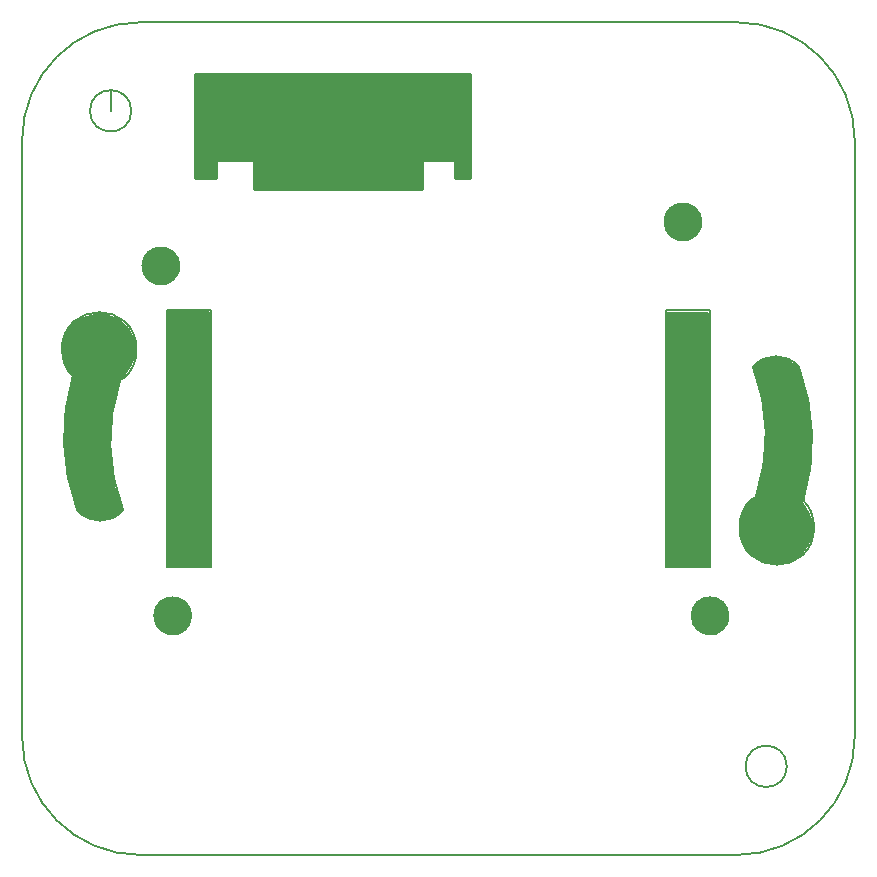
<source format=gbr>
G04 #@! TF.GenerationSoftware,KiCad,Pcbnew,(5.1.2)-2*
G04 #@! TF.CreationDate,2019-09-14T17:42:32+02:00*
G04 #@! TF.ProjectId,Inwall_Top,496e7761-6c6c-45f5-946f-702e6b696361,rev?*
G04 #@! TF.SameCoordinates,Original*
G04 #@! TF.FileFunction,Profile,NP*
%FSLAX46Y46*%
G04 Gerber Fmt 4.6, Leading zero omitted, Abs format (unit mm)*
G04 Created by KiCad (PCBNEW (5.1.2)-2) date 2019-09-14 17:42:32*
%MOMM*%
%LPD*%
G04 APERTURE LIST*
%ADD10C,0.100000*%
%ADD11C,0.120000*%
%ADD12C,0.200000*%
%ADD13C,0.254000*%
G04 APERTURE END LIST*
D10*
X86825000Y-96975000D02*
G75*
G03X86825000Y-96975000I-1600000J0D01*
G01*
X85825000Y-67350000D02*
G75*
G03X85825000Y-67350000I-1600000J0D01*
G01*
X130025000Y-63625000D02*
G75*
G03X130025000Y-63625000I-1600000J0D01*
G01*
X132325000Y-96975000D02*
G75*
G03X132325000Y-96975000I-1600000J0D01*
G01*
X75775000Y-73925000D02*
X75783375Y-74450660D01*
X75975000Y-73225000D02*
X75775000Y-73925000D01*
X76675000Y-72225000D02*
X75975000Y-73225000D01*
D11*
X129973460Y-63620960D02*
G75*
G03X129973460Y-63620960I-1550000J0D01*
G01*
X132275000Y-96975000D02*
G75*
G03X132275000Y-96975000I-1550000J0D01*
G01*
X86775000Y-96975000D02*
G75*
G03X86775000Y-96975000I-1550000J0D01*
G01*
X85780000Y-67370000D02*
G75*
G03X85780000Y-67370000I-1550000J0D01*
G01*
D12*
X81042936Y-88030392D02*
G75*
G02X80792872Y-77023985I14913179J5844869D01*
G01*
X72480223Y-56723965D02*
G75*
G02X82480223Y-46723965I10000000J0D01*
G01*
X137230223Y-109723965D02*
G75*
G03X137230223Y-109723965I-1750000J0D01*
G01*
X88480223Y-92823965D02*
X84730223Y-92823965D01*
X77139807Y-88021863D02*
G75*
G02X76784480Y-76650278I16668681J6212189D01*
G01*
X81043133Y-88034310D02*
G75*
G02X77144053Y-88033244I-1949080J1683331D01*
G01*
X84730223Y-71123965D02*
X88480223Y-71123965D01*
X88480223Y-92823965D02*
X88480223Y-71123965D01*
X142980223Y-107223965D02*
G75*
G02X132980223Y-117223965I-10000000J0D01*
G01*
X80791222Y-77025114D02*
G75*
G02X76784480Y-76650278I-1777625J2600490D01*
G01*
X82163597Y-74424624D02*
G75*
G03X82163597Y-74424624I-3150000J0D01*
G01*
X130730223Y-92823965D02*
X126980223Y-92823965D01*
X82480223Y-117223965D02*
G75*
G02X72480223Y-107223965I0J10000000D01*
G01*
X72480223Y-107223965D02*
X72480223Y-56723965D01*
X132980223Y-117223965D02*
X82480223Y-117223965D01*
X130730223Y-92823965D02*
X130730223Y-71123965D01*
X82480223Y-46723965D02*
X132980223Y-46723965D01*
X142980223Y-56723965D02*
X142980223Y-107223965D01*
X126980223Y-92823965D02*
X126980223Y-71123965D01*
X134601181Y-86901994D02*
G75*
G02X138609573Y-87275701I1779275J-2599362D01*
G01*
X134350000Y-75892735D02*
G75*
G02X134601182Y-86901994I-14912062J-5847721D01*
G01*
X139530456Y-89501356D02*
G75*
G03X139530456Y-89501356I-3150000J0D01*
G01*
X138250000Y-75892735D02*
G75*
G02X138609573Y-87275701I-16664435J-6223570D01*
G01*
X126980223Y-71123965D02*
X130730223Y-71123965D01*
X132980223Y-46723965D02*
G75*
G02X142980223Y-56723965I0J-10000000D01*
G01*
X79980223Y-54223965D02*
X79980223Y-52473965D01*
X81730223Y-54223965D02*
G75*
G03X81730223Y-54223965I-1750000J0D01*
G01*
X84730223Y-92823965D02*
X84730223Y-71123965D01*
X134350000Y-75892735D02*
G75*
G02X138250000Y-75892735I1950000J-1682265D01*
G01*
D13*
G36*
X109873000Y-58373000D02*
G01*
X87627000Y-58373000D01*
X87627000Y-51627000D01*
X109873000Y-51627000D01*
X109873000Y-58373000D01*
X109873000Y-58373000D01*
G37*
X109873000Y-58373000D02*
X87627000Y-58373000D01*
X87627000Y-51627000D01*
X109873000Y-51627000D01*
X109873000Y-58373000D01*
G36*
X106373000Y-60873000D02*
G01*
X92127000Y-60873000D01*
X92127000Y-58627000D01*
X106373000Y-58627000D01*
X106373000Y-60873000D01*
X106373000Y-60873000D01*
G37*
X106373000Y-60873000D02*
X92127000Y-60873000D01*
X92127000Y-58627000D01*
X106373000Y-58627000D01*
X106373000Y-60873000D01*
G36*
X130448000Y-92698000D02*
G01*
X127102000Y-92698000D01*
X127102000Y-71352000D01*
X130448000Y-71352000D01*
X130448000Y-92698000D01*
X130448000Y-92698000D01*
G37*
X130448000Y-92698000D02*
X127102000Y-92698000D01*
X127102000Y-71352000D01*
X130448000Y-71352000D01*
X130448000Y-92698000D01*
G36*
X88248000Y-92698000D02*
G01*
X84802000Y-92698000D01*
X84802000Y-71252000D01*
X88248000Y-71252000D01*
X88248000Y-92698000D01*
X88248000Y-92698000D01*
G37*
X88248000Y-92698000D02*
X84802000Y-92698000D01*
X84802000Y-71252000D01*
X88248000Y-71252000D01*
X88248000Y-92698000D01*
G36*
X80511262Y-71838264D02*
G01*
X81370516Y-72602045D01*
X81850096Y-73657121D01*
X81945982Y-74903642D01*
X81658269Y-75574972D01*
X81650752Y-75598707D01*
X81648000Y-75625000D01*
X81648000Y-75686548D01*
X80886699Y-76828500D01*
X80591360Y-76989594D01*
X80570777Y-77003601D01*
X80553323Y-77021354D01*
X80539667Y-77042171D01*
X80530530Y-77064594D01*
X80253356Y-77988507D01*
X80250175Y-78001595D01*
X79950175Y-79601595D01*
X79948630Y-79612363D01*
X79748630Y-81612363D01*
X79748000Y-81625000D01*
X79748000Y-82625000D01*
X79748522Y-82636498D01*
X79848522Y-83736498D01*
X79849165Y-83742159D01*
X80149165Y-85942159D01*
X80154517Y-85965161D01*
X80829696Y-87990698D01*
X80502961Y-88317433D01*
X79354713Y-88795869D01*
X78216215Y-88700995D01*
X77460654Y-88228769D01*
X77091171Y-87766915D01*
X76300768Y-84704102D01*
X76102203Y-82122766D01*
X76201538Y-79738743D01*
X76500068Y-78047071D01*
X76500724Y-78042961D01*
X76598942Y-77355435D01*
X76792354Y-76808175D01*
X76813648Y-76803704D01*
X76836547Y-76793934D01*
X76857100Y-76779884D01*
X76874518Y-76762094D01*
X76888129Y-76741249D01*
X76897413Y-76718148D01*
X76902011Y-76693680D01*
X76901748Y-76668785D01*
X76896632Y-76644420D01*
X76886862Y-76621521D01*
X76872812Y-76600968D01*
X76858149Y-76586144D01*
X76575337Y-76343734D01*
X75999537Y-75288100D01*
X75903730Y-74042616D01*
X76287217Y-72988027D01*
X77054846Y-72028492D01*
X77912684Y-71647230D01*
X78986449Y-71452000D01*
X79255903Y-71452000D01*
X80511262Y-71838264D01*
X80511262Y-71838264D01*
G37*
X80511262Y-71838264D02*
X81370516Y-72602045D01*
X81850096Y-73657121D01*
X81945982Y-74903642D01*
X81658269Y-75574972D01*
X81650752Y-75598707D01*
X81648000Y-75625000D01*
X81648000Y-75686548D01*
X80886699Y-76828500D01*
X80591360Y-76989594D01*
X80570777Y-77003601D01*
X80553323Y-77021354D01*
X80539667Y-77042171D01*
X80530530Y-77064594D01*
X80253356Y-77988507D01*
X80250175Y-78001595D01*
X79950175Y-79601595D01*
X79948630Y-79612363D01*
X79748630Y-81612363D01*
X79748000Y-81625000D01*
X79748000Y-82625000D01*
X79748522Y-82636498D01*
X79848522Y-83736498D01*
X79849165Y-83742159D01*
X80149165Y-85942159D01*
X80154517Y-85965161D01*
X80829696Y-87990698D01*
X80502961Y-88317433D01*
X79354713Y-88795869D01*
X78216215Y-88700995D01*
X77460654Y-88228769D01*
X77091171Y-87766915D01*
X76300768Y-84704102D01*
X76102203Y-82122766D01*
X76201538Y-79738743D01*
X76500068Y-78047071D01*
X76500724Y-78042961D01*
X76598942Y-77355435D01*
X76792354Y-76808175D01*
X76813648Y-76803704D01*
X76836547Y-76793934D01*
X76857100Y-76779884D01*
X76874518Y-76762094D01*
X76888129Y-76741249D01*
X76897413Y-76718148D01*
X76902011Y-76693680D01*
X76901748Y-76668785D01*
X76896632Y-76644420D01*
X76886862Y-76621521D01*
X76872812Y-76600968D01*
X76858149Y-76586144D01*
X76575337Y-76343734D01*
X75999537Y-75288100D01*
X75903730Y-74042616D01*
X76287217Y-72988027D01*
X77054846Y-72028492D01*
X77912684Y-71647230D01*
X78986449Y-71452000D01*
X79255903Y-71452000D01*
X80511262Y-71838264D01*
G36*
X137318328Y-75440590D02*
G01*
X137975515Y-75910010D01*
X138057370Y-76073720D01*
X138651366Y-77855709D01*
X139148000Y-80835511D01*
X139148000Y-83115642D01*
X138750142Y-85801181D01*
X138405693Y-87272793D01*
X138402423Y-87297474D01*
X138404030Y-87322318D01*
X138410453Y-87346372D01*
X138423491Y-87371899D01*
X138961159Y-88183120D01*
X139248000Y-88948030D01*
X139248000Y-90004390D01*
X138960360Y-90867310D01*
X138289415Y-91825802D01*
X137331500Y-92304760D01*
X136299582Y-92547090D01*
X135220177Y-92304977D01*
X134161961Y-91727769D01*
X133494979Y-90774938D01*
X133302956Y-89718809D01*
X133399291Y-88562785D01*
X133877379Y-87702227D01*
X134664803Y-86914803D01*
X134680597Y-86895557D01*
X134692333Y-86873601D01*
X134698624Y-86854088D01*
X135098624Y-85154088D01*
X135100933Y-85141426D01*
X135400933Y-82841426D01*
X135401842Y-82831342D01*
X135501842Y-80831342D01*
X135500595Y-80806161D01*
X135200595Y-78806161D01*
X135198624Y-78795912D01*
X134798624Y-77095912D01*
X134796384Y-77087651D01*
X134424852Y-75880174D01*
X135417696Y-75248364D01*
X136362605Y-75153873D01*
X137318328Y-75440590D01*
X137318328Y-75440590D01*
G37*
X137318328Y-75440590D02*
X137975515Y-75910010D01*
X138057370Y-76073720D01*
X138651366Y-77855709D01*
X139148000Y-80835511D01*
X139148000Y-83115642D01*
X138750142Y-85801181D01*
X138405693Y-87272793D01*
X138402423Y-87297474D01*
X138404030Y-87322318D01*
X138410453Y-87346372D01*
X138423491Y-87371899D01*
X138961159Y-88183120D01*
X139248000Y-88948030D01*
X139248000Y-90004390D01*
X138960360Y-90867310D01*
X138289415Y-91825802D01*
X137331500Y-92304760D01*
X136299582Y-92547090D01*
X135220177Y-92304977D01*
X134161961Y-91727769D01*
X133494979Y-90774938D01*
X133302956Y-89718809D01*
X133399291Y-88562785D01*
X133877379Y-87702227D01*
X134664803Y-86914803D01*
X134680597Y-86895557D01*
X134692333Y-86873601D01*
X134698624Y-86854088D01*
X135098624Y-85154088D01*
X135100933Y-85141426D01*
X135400933Y-82841426D01*
X135401842Y-82831342D01*
X135501842Y-80831342D01*
X135500595Y-80806161D01*
X135200595Y-78806161D01*
X135198624Y-78795912D01*
X134798624Y-77095912D01*
X134796384Y-77087651D01*
X134424852Y-75880174D01*
X135417696Y-75248364D01*
X136362605Y-75153873D01*
X137318328Y-75440590D01*
G36*
X131600566Y-95809059D02*
G01*
X132053599Y-96352699D01*
X132145408Y-97087167D01*
X131961679Y-97638353D01*
X131593255Y-98098882D01*
X131045020Y-98373000D01*
X130404980Y-98373000D01*
X129856745Y-98098882D01*
X129491486Y-97642309D01*
X129306456Y-96902192D01*
X129488073Y-96266533D01*
X129853749Y-95900857D01*
X130321478Y-95620220D01*
X130766835Y-95531148D01*
X131600566Y-95809059D01*
X131600566Y-95809059D01*
G37*
X131600566Y-95809059D02*
X132053599Y-96352699D01*
X132145408Y-97087167D01*
X131961679Y-97638353D01*
X131593255Y-98098882D01*
X131045020Y-98373000D01*
X130404980Y-98373000D01*
X129856745Y-98098882D01*
X129491486Y-97642309D01*
X129306456Y-96902192D01*
X129488073Y-96266533D01*
X129853749Y-95900857D01*
X130321478Y-95620220D01*
X130766835Y-95531148D01*
X131600566Y-95809059D01*
G36*
X130952484Y-95525280D02*
G01*
X131325155Y-95618447D01*
X131618543Y-95798994D01*
X131897282Y-96100960D01*
X132059363Y-96378814D01*
X132174560Y-96701366D01*
X132197397Y-97021090D01*
X132151414Y-97365968D01*
X132013677Y-97687354D01*
X131783079Y-98010191D01*
X131412927Y-98287804D01*
X131119308Y-98400735D01*
X130725463Y-98447070D01*
X130355594Y-98400836D01*
X129988535Y-98263189D01*
X129759836Y-98080230D01*
X129551420Y-97871814D01*
X129390637Y-97596186D01*
X129275440Y-97273634D01*
X129252323Y-96950000D01*
X129275329Y-96627927D01*
X129387735Y-96335669D01*
X129620275Y-96010114D01*
X129849834Y-95803510D01*
X130172018Y-95619405D01*
X130572487Y-95525177D01*
X130750875Y-95502879D01*
X130952484Y-95525280D01*
X130952484Y-95525280D01*
G37*
X130952484Y-95525280D02*
X131325155Y-95618447D01*
X131618543Y-95798994D01*
X131897282Y-96100960D01*
X132059363Y-96378814D01*
X132174560Y-96701366D01*
X132197397Y-97021090D01*
X132151414Y-97365968D01*
X132013677Y-97687354D01*
X131783079Y-98010191D01*
X131412927Y-98287804D01*
X131119308Y-98400735D01*
X130725463Y-98447070D01*
X130355594Y-98400836D01*
X129988535Y-98263189D01*
X129759836Y-98080230D01*
X129551420Y-97871814D01*
X129390637Y-97596186D01*
X129275440Y-97273634D01*
X129252323Y-96950000D01*
X129275329Y-96627927D01*
X129387735Y-96335669D01*
X129620275Y-96010114D01*
X129849834Y-95803510D01*
X130172018Y-95619405D01*
X130572487Y-95525177D01*
X130750875Y-95502879D01*
X130952484Y-95525280D01*
G36*
X128652484Y-62175280D02*
G01*
X129025155Y-62268447D01*
X129318543Y-62448994D01*
X129597282Y-62750960D01*
X129759363Y-63028814D01*
X129874560Y-63351366D01*
X129897397Y-63671090D01*
X129851414Y-64015968D01*
X129713677Y-64337354D01*
X129483079Y-64660191D01*
X129112927Y-64937804D01*
X128819308Y-65050735D01*
X128425463Y-65097070D01*
X128055593Y-65050836D01*
X127688535Y-64913189D01*
X127459836Y-64730230D01*
X127251420Y-64521814D01*
X127090637Y-64246186D01*
X126975440Y-63923634D01*
X126952323Y-63600000D01*
X126975329Y-63277927D01*
X127087735Y-62985669D01*
X127320275Y-62660114D01*
X127549834Y-62453510D01*
X127872018Y-62269405D01*
X128272487Y-62175177D01*
X128450875Y-62152879D01*
X128652484Y-62175280D01*
X128652484Y-62175280D01*
G37*
X128652484Y-62175280D02*
X129025155Y-62268447D01*
X129318543Y-62448994D01*
X129597282Y-62750960D01*
X129759363Y-63028814D01*
X129874560Y-63351366D01*
X129897397Y-63671090D01*
X129851414Y-64015968D01*
X129713677Y-64337354D01*
X129483079Y-64660191D01*
X129112927Y-64937804D01*
X128819308Y-65050735D01*
X128425463Y-65097070D01*
X128055593Y-65050836D01*
X127688535Y-64913189D01*
X127459836Y-64730230D01*
X127251420Y-64521814D01*
X127090637Y-64246186D01*
X126975440Y-63923634D01*
X126952323Y-63600000D01*
X126975329Y-63277927D01*
X127087735Y-62985669D01*
X127320275Y-62660114D01*
X127549834Y-62453510D01*
X127872018Y-62269405D01*
X128272487Y-62175177D01*
X128450875Y-62152879D01*
X128652484Y-62175280D01*
G36*
X129300566Y-62459059D02*
G01*
X129753599Y-63002699D01*
X129845408Y-63737167D01*
X129661679Y-64288353D01*
X129293255Y-64748882D01*
X128745020Y-65023000D01*
X128104980Y-65023000D01*
X127556745Y-64748882D01*
X127191486Y-64292309D01*
X127006456Y-63552192D01*
X127188073Y-62916533D01*
X127553748Y-62550858D01*
X128021478Y-62270220D01*
X128466835Y-62181148D01*
X129300566Y-62459059D01*
X129300566Y-62459059D01*
G37*
X129300566Y-62459059D02*
X129753599Y-63002699D01*
X129845408Y-63737167D01*
X129661679Y-64288353D01*
X129293255Y-64748882D01*
X128745020Y-65023000D01*
X128104980Y-65023000D01*
X127556745Y-64748882D01*
X127191486Y-64292309D01*
X127006456Y-63552192D01*
X127188073Y-62916533D01*
X127553748Y-62550858D01*
X128021478Y-62270220D01*
X128466835Y-62181148D01*
X129300566Y-62459059D01*
G36*
X84452484Y-65900280D02*
G01*
X84825155Y-65993447D01*
X85118543Y-66173994D01*
X85397282Y-66475960D01*
X85559363Y-66753814D01*
X85674560Y-67076366D01*
X85697397Y-67396090D01*
X85651414Y-67740968D01*
X85513677Y-68062354D01*
X85283079Y-68385191D01*
X84912927Y-68662804D01*
X84619308Y-68775735D01*
X84225463Y-68822070D01*
X83855594Y-68775836D01*
X83488535Y-68638189D01*
X83259836Y-68455230D01*
X83051420Y-68246814D01*
X82890637Y-67971186D01*
X82775440Y-67648634D01*
X82752323Y-67325000D01*
X82775329Y-67002927D01*
X82887735Y-66710669D01*
X83120275Y-66385114D01*
X83349834Y-66178510D01*
X83672018Y-65994405D01*
X84072487Y-65900177D01*
X84250875Y-65877879D01*
X84452484Y-65900280D01*
X84452484Y-65900280D01*
G37*
X84452484Y-65900280D02*
X84825155Y-65993447D01*
X85118543Y-66173994D01*
X85397282Y-66475960D01*
X85559363Y-66753814D01*
X85674560Y-67076366D01*
X85697397Y-67396090D01*
X85651414Y-67740968D01*
X85513677Y-68062354D01*
X85283079Y-68385191D01*
X84912927Y-68662804D01*
X84619308Y-68775735D01*
X84225463Y-68822070D01*
X83855594Y-68775836D01*
X83488535Y-68638189D01*
X83259836Y-68455230D01*
X83051420Y-68246814D01*
X82890637Y-67971186D01*
X82775440Y-67648634D01*
X82752323Y-67325000D01*
X82775329Y-67002927D01*
X82887735Y-66710669D01*
X83120275Y-66385114D01*
X83349834Y-66178510D01*
X83672018Y-65994405D01*
X84072487Y-65900177D01*
X84250875Y-65877879D01*
X84452484Y-65900280D01*
G36*
X85100566Y-66184059D02*
G01*
X85553599Y-66727699D01*
X85645408Y-67462167D01*
X85461679Y-68013353D01*
X85093255Y-68473882D01*
X84545020Y-68748000D01*
X83904980Y-68748000D01*
X83356745Y-68473882D01*
X82991486Y-68017309D01*
X82806456Y-67277192D01*
X82988073Y-66641533D01*
X83353749Y-66275857D01*
X83821478Y-65995220D01*
X84266835Y-65906148D01*
X85100566Y-66184059D01*
X85100566Y-66184059D01*
G37*
X85100566Y-66184059D02*
X85553599Y-66727699D01*
X85645408Y-67462167D01*
X85461679Y-68013353D01*
X85093255Y-68473882D01*
X84545020Y-68748000D01*
X83904980Y-68748000D01*
X83356745Y-68473882D01*
X82991486Y-68017309D01*
X82806456Y-67277192D01*
X82988073Y-66641533D01*
X83353749Y-66275857D01*
X83821478Y-65995220D01*
X84266835Y-65906148D01*
X85100566Y-66184059D01*
G36*
X85452484Y-95525280D02*
G01*
X85825155Y-95618447D01*
X86118543Y-95798994D01*
X86397282Y-96100960D01*
X86559363Y-96378814D01*
X86674560Y-96701366D01*
X86697397Y-97021090D01*
X86651414Y-97365968D01*
X86513677Y-97687354D01*
X86283079Y-98010191D01*
X85912927Y-98287804D01*
X85619308Y-98400735D01*
X85225463Y-98447070D01*
X84855594Y-98400836D01*
X84488535Y-98263189D01*
X84259836Y-98080230D01*
X84051420Y-97871814D01*
X83890637Y-97596186D01*
X83775440Y-97273634D01*
X83752323Y-96950000D01*
X83775329Y-96627927D01*
X83887735Y-96335669D01*
X84120275Y-96010114D01*
X84349834Y-95803510D01*
X84672018Y-95619405D01*
X85072487Y-95525177D01*
X85250875Y-95502879D01*
X85452484Y-95525280D01*
X85452484Y-95525280D01*
G37*
X85452484Y-95525280D02*
X85825155Y-95618447D01*
X86118543Y-95798994D01*
X86397282Y-96100960D01*
X86559363Y-96378814D01*
X86674560Y-96701366D01*
X86697397Y-97021090D01*
X86651414Y-97365968D01*
X86513677Y-97687354D01*
X86283079Y-98010191D01*
X85912927Y-98287804D01*
X85619308Y-98400735D01*
X85225463Y-98447070D01*
X84855594Y-98400836D01*
X84488535Y-98263189D01*
X84259836Y-98080230D01*
X84051420Y-97871814D01*
X83890637Y-97596186D01*
X83775440Y-97273634D01*
X83752323Y-96950000D01*
X83775329Y-96627927D01*
X83887735Y-96335669D01*
X84120275Y-96010114D01*
X84349834Y-95803510D01*
X84672018Y-95619405D01*
X85072487Y-95525177D01*
X85250875Y-95502879D01*
X85452484Y-95525280D01*
G36*
X86100566Y-95809059D02*
G01*
X86553599Y-96352699D01*
X86645408Y-97087167D01*
X86461679Y-97638353D01*
X86093255Y-98098882D01*
X85545020Y-98373000D01*
X84904980Y-98373000D01*
X84356745Y-98098882D01*
X83991486Y-97642309D01*
X83806456Y-96902192D01*
X83988073Y-96266533D01*
X84353749Y-95900857D01*
X84821478Y-95620220D01*
X85266835Y-95531148D01*
X86100566Y-95809059D01*
X86100566Y-95809059D01*
G37*
X86100566Y-95809059D02*
X86553599Y-96352699D01*
X86645408Y-97087167D01*
X86461679Y-97638353D01*
X86093255Y-98098882D01*
X85545020Y-98373000D01*
X84904980Y-98373000D01*
X84356745Y-98098882D01*
X83991486Y-97642309D01*
X83806456Y-96902192D01*
X83988073Y-96266533D01*
X84353749Y-95900857D01*
X84821478Y-95620220D01*
X85266835Y-95531148D01*
X86100566Y-95809059D01*
G36*
X110373000Y-59873000D02*
G01*
X109127000Y-59873000D01*
X109127000Y-58500000D01*
X109124560Y-58475224D01*
X109117333Y-58451399D01*
X109105597Y-58429443D01*
X109089803Y-58410197D01*
X109070557Y-58394403D01*
X109048601Y-58382667D01*
X109024776Y-58375440D01*
X109000000Y-58373000D01*
X106500000Y-58373000D01*
X106475224Y-58375440D01*
X106451399Y-58382667D01*
X106429443Y-58394403D01*
X106410197Y-58410197D01*
X106394403Y-58429443D01*
X106382667Y-58451399D01*
X106375440Y-58475224D01*
X106373000Y-58500000D01*
X106373000Y-60873000D01*
X92127000Y-60873000D01*
X92127000Y-58500000D01*
X92124560Y-58475224D01*
X92117333Y-58451399D01*
X92105597Y-58429443D01*
X92089803Y-58410197D01*
X92070557Y-58394403D01*
X92048601Y-58382667D01*
X92024776Y-58375440D01*
X92000000Y-58373000D01*
X89000000Y-58373000D01*
X88975224Y-58375440D01*
X88951399Y-58382667D01*
X88929443Y-58394403D01*
X88910197Y-58410197D01*
X88894403Y-58429443D01*
X88882667Y-58451399D01*
X88875440Y-58475224D01*
X88873000Y-58500000D01*
X88873000Y-59873000D01*
X87127000Y-59873000D01*
X87127000Y-51127000D01*
X110373000Y-51127000D01*
X110373000Y-59873000D01*
X110373000Y-59873000D01*
G37*
X110373000Y-59873000D02*
X109127000Y-59873000D01*
X109127000Y-58500000D01*
X109124560Y-58475224D01*
X109117333Y-58451399D01*
X109105597Y-58429443D01*
X109089803Y-58410197D01*
X109070557Y-58394403D01*
X109048601Y-58382667D01*
X109024776Y-58375440D01*
X109000000Y-58373000D01*
X106500000Y-58373000D01*
X106475224Y-58375440D01*
X106451399Y-58382667D01*
X106429443Y-58394403D01*
X106410197Y-58410197D01*
X106394403Y-58429443D01*
X106382667Y-58451399D01*
X106375440Y-58475224D01*
X106373000Y-58500000D01*
X106373000Y-60873000D01*
X92127000Y-60873000D01*
X92127000Y-58500000D01*
X92124560Y-58475224D01*
X92117333Y-58451399D01*
X92105597Y-58429443D01*
X92089803Y-58410197D01*
X92070557Y-58394403D01*
X92048601Y-58382667D01*
X92024776Y-58375440D01*
X92000000Y-58373000D01*
X89000000Y-58373000D01*
X88975224Y-58375440D01*
X88951399Y-58382667D01*
X88929443Y-58394403D01*
X88910197Y-58410197D01*
X88894403Y-58429443D01*
X88882667Y-58451399D01*
X88875440Y-58475224D01*
X88873000Y-58500000D01*
X88873000Y-59873000D01*
X87127000Y-59873000D01*
X87127000Y-51127000D01*
X110373000Y-51127000D01*
X110373000Y-59873000D01*
M02*

</source>
